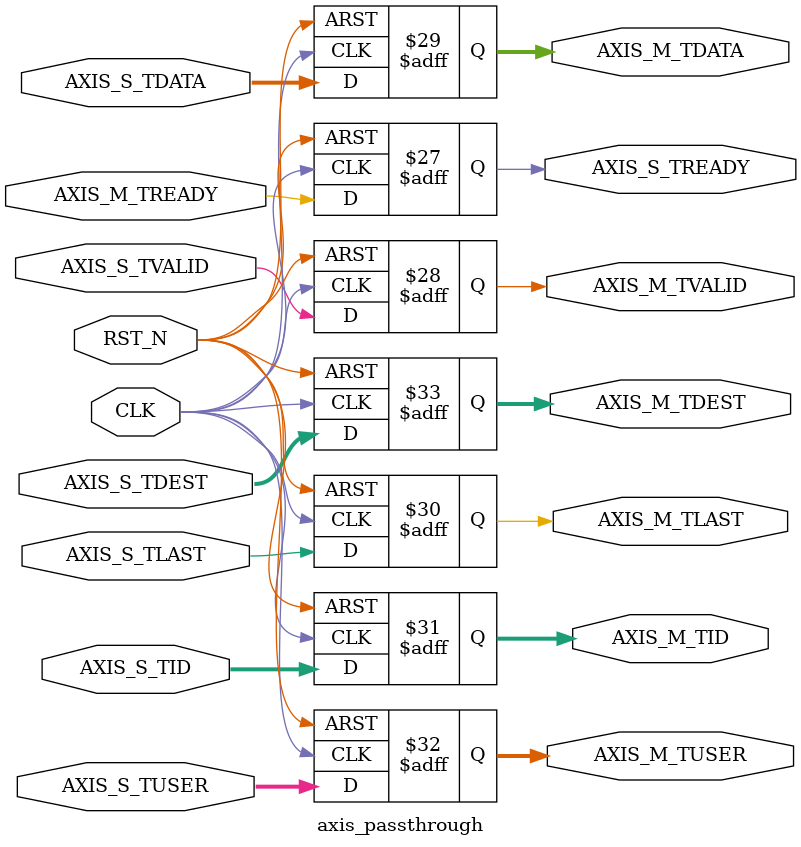
<source format=sv>

module mlp_controller (
    input  logic [3:0] address,
    input  logic       chipselect,
    input  logic       clk,
    input  logic       read,
    input  logic       reset_n,
    input  logic       write,
    input  logic [31:0] writedata,
    output logic [9:0] led_out,
    output logic [31:0] readdata
);

	 parameter DATAW = 128;
    parameter IDW = 4;
	 parameter DESTW = 12;
	 parameter USERW = 75;
//
    // AXI Interfaces
    logic             axis_s_tvalid;
    logic [DATAW-1:0] axis_s_tdata;
    logic [IDW-1:0]   axis_s_tid;
    logic [DESTW-1:0] axis_s_tdest;
    logic [USERW-1:0] axis_s_tuser;
    logic             axis_s_tlast;
    logic             axis_s_tready;
    
    logic             axis_m_tvalid;
    logic [DATAW-1:0] axis_m_tdata;
    logic [IDW-1:0]   axis_m_tid;
    logic [DESTW-1:0] axis_m_tdest;
    logic [USERW-1:0] axis_m_tuser;
    logic             axis_m_tlast;
    logic             axis_m_tready = 1;

    // Control and Data registers
    logic [31:0]  mvm_control_reg;
    logic [127:0] mvm_input_reg;
    logic [31:0]  mvm_instruction_reg;
    logic [127:0] mvm_output_reg;
    logic         mvm_output_ready_reg;
    logic         send_mvm_input;

    // Control reg update
    always_ff @(posedge clk or negedge reset_n) begin
        if(!reset_n)
            mvm_control_reg <= 0;
        else if(mvm_control_reg[0])
            mvm_control_reg[0] <= 0;
        else if(chipselect && write && (address == 4'h0))
            mvm_control_reg <= writedata;
    end

    // Input reg update
    always_ff @(posedge clk or negedge reset_n) begin
        if(!reset_n)
            mvm_input_reg <= 0;
        else if(chipselect && write) begin
            if(address == 4'h1) mvm_input_reg[31:0]   <= writedata;
            else if(address == 4'h2) mvm_input_reg[63:32]  <= writedata;
            else if(address == 4'h3) mvm_input_reg[95:64]  <= writedata;
            else if(address == 4'h4) mvm_input_reg[127:96] <= writedata;
        end
    end

    // Instruction reg update
    always_ff @(posedge clk or negedge reset_n) begin
        if(!reset_n)
            mvm_instruction_reg <= 0;
        else if(chipselect && write && (address == 4'h5))
            mvm_instruction_reg <= writedata;
    end

    // Output reg update
    always_ff @(posedge clk or negedge reset_n) begin
        if(!reset_n)
            mvm_output_reg <= 0;
        else if(axis_m_tvalid)
            mvm_output_reg <= axis_m_tdata;
    end

    // Readdata update
    always_ff @(posedge clk or negedge reset_n) begin
        if(!reset_n)
            readdata <= 0;
        else if(chipselect && read) begin
            case(address)
                4'h0: readdata <= mvm_control_reg;
                4'h1: readdata <= mvm_input_reg[31:0];
                4'h2: readdata <= mvm_input_reg[63:32];
                4'h3: readdata <= mvm_input_reg[95:64];
                4'h4: readdata <= mvm_input_reg[127:96];
                4'h5: readdata <= mvm_instruction_reg;
                4'h6: readdata <= mvm_output_reg[31:0];
                4'h7: readdata <= mvm_output_reg[63:32];
                4'h8: readdata <= mvm_output_reg[95:64];
                4'h9: readdata <= mvm_output_reg[127:96];
                4'hA: readdata <= {31'b0, mvm_output_ready_reg};
                default: readdata <= 0;
            endcase
        end
    end

    // Data ready reg
    always_ff @(posedge clk or negedge reset_n) begin
        if(!reset_n)
            mvm_output_ready_reg <= 0;
        else if(axis_m_tvalid)
            mvm_output_ready_reg <= 1;
        else if(chipselect && read && (address >= 4'h6 && address <= 4'h9))
            mvm_output_ready_reg <= 0;
    end

    // AXI signals for MVM NOC
    always_ff @(posedge clk or negedge reset_n) begin
        if(!reset_n) begin
            axis_s_tvalid <= 0;
            axis_s_tdata  <= 0;
            axis_s_tlast  <= 0;
            axis_s_tuser  <= 0;
            axis_s_tdest  <= 0;
        end else if(mvm_control_reg[0] == 1'b0) begin
            axis_s_tvalid <= 0;
            axis_s_tdata  <= 0;
            axis_s_tlast  <= 0;
        end else if(mvm_control_reg[0] == 1'b1) begin
            axis_s_tvalid <= 1;
            axis_s_tdata  <= (mvm_control_reg[6:5] == 2'b0) ? mvm_instruction_reg : mvm_input_reg;
            axis_s_tuser[8:0]   <= 9'b0;
            axis_s_tuser[74:11] <= 64'b0;
            axis_s_tuser[10:9]  <= mvm_control_reg[6:5];
            axis_s_tdest        <= mvm_control_reg[4:1];
            axis_s_tlast        <= 1;
        end 
    end

    assign led_out = mvm_output_reg[9:0];

/////////////////////////////////////////////////////////
// MVM-NOC
/////////////////////////////////////////////////////////

// LFSR localparams
localparam int LFSR_DW      = 7;
localparam int LFSR_DEFAULT = 8'h01;

// MVM localparams
localparam int DATAW = 128;
localparam int BYTEW = 8;
localparam int IDW = 4;
localparam int DESTW = 12;
localparam int IPRECISION = 8;
localparam int OPRECISION = 32;
localparam int LANES = DATAW / IPRECISION;
localparam int USERW = 75; // Lanes = # RF weigts for each MVM
                                  // + 11 for user operations 10:0
localparam int DPES = LANES;
localparam int NODES = 512;
localparam int NODESW = $clog2(NODES);
localparam int RFDEPTH = 64;
localparam int RFADDRW = 9;
localparam int INSTW = 1 + NODESW + 2 * RFADDRW + 4;
localparam int INSTD = 512;
localparam int INSTADDRW = $clog2(INSTD);
localparam int AXIS_OPS = 4;
localparam int AXIS_OPSW = $clog2(AXIS_OPS);
localparam int FIFOD = 64;
localparam int DATAPATH_DELAY = 12;
localparam int USE_RELU = 1;

// Mesh localparams
// 4x4 Mesh is verified but exceeds intel recommended design size
// this causes the simulation to finish extremely slowly. For testing 
// purposes recommend only using 3x3 noc or below. 
localparam int ROWS         = 2;
localparam int COLUMNS      = 2;
localparam int TDATAW       = DATAW + USERW;
localparam int TIDW         = 4;
localparam int TDESTW       = 12;
localparam int NUM_PACKETS  = 1;


    wire                  CLK;
    wire                  CLK_NOC;
    wire                  RST_N;

    // -------------------------------------------------------
    // AXI-Stream Slave Interface
    // -------------------------------------------------------
    wire                  AXIS_S_TVALID;
    logic                 AXIS_S_TREADY;
    wire    [ DATAW-1:0]  AXIS_S_TDATA;
    wire                  AXIS_S_TLAST;
    wire    [   IDW-1:0]  AXIS_S_TID;
    wire    [ USERW-1:0]  AXIS_S_TUSER;
    wire    [ DESTW-1:0]  AXIS_S_TDEST;

    // -------------------------------------------------------
    // AXI-Stream Master Interface
    // -------------------------------------------------------
    logic                 AXIS_M_TVALID;
    wire                  AXIS_M_TREADY;
    logic   [ DATAW-1:0]  AXIS_M_TDATA;
    logic                 AXIS_M_TLAST;
    logic   [   IDW-1:0]  AXIS_M_TID;
    logic   [ USERW-1:0]  AXIS_M_TUSER;
    logic   [ DESTW-1:0]  AXIS_M_TDEST;

    assign CLK = clk;
    assign CLK_NOC = clk;
    assign RST_N = reset_n;
    // slave interface
    assign AXIS_S_TVALID = axis_s_tvalid;
    assign axis_s_tready = AXIS_S_TREADY;
    assign AXIS_S_TDATA = axis_s_tdata;
    assign AXIS_S_TLAST = axis_s_tlast;
    assign AXIS_S_TID = axis_s_tid;
    assign AXIS_S_TUSER = axis_s_tuser;
    assign AXIS_S_TDEST = axis_s_tdest;
    // master interface
    assign axis_m_tvalid = AXIS_M_TVALID;
    assign AXIS_M_TREADY = axis_m_tready;
    assign axis_m_tdata = AXIS_M_TDATA;
    assign axis_m_tlast = AXIS_M_TLAST;
    assign axis_m_tid = AXIS_M_TID;
    assign axis_m_tuser = AXIS_M_TUSER;
    assign axis_m_tdest = AXIS_M_TDEST;    


    // -------------------------------------------------------
    // NoC Connections
    // -------------------------------------------------------
    //
    // NOTE: These names in/out are named for the directions 
    // in which they enter the noc. Not the MVMs they are 
    // connected to
    //
    // -------------------------------------------------------
    logic              axis_in_tvalid   [ROWS][COLUMNS];
    logic              axis_in_tready   [ROWS][COLUMNS];
    logic [ DATAW-1:0] axis_in_tdata    [ROWS][COLUMNS];
    logic              axis_in_tlast    [ROWS][COLUMNS];
    logic [ USERW-1:0] axis_in_tuser    [ROWS][COLUMNS];
    logic [ DESTW-1:0] axis_in_tdest    [ROWS][COLUMNS];

    logic              axis_out_tvalid  [ROWS][COLUMNS];
    logic              axis_out_tready  [ROWS][COLUMNS];
    logic [ DATAW-1:0] axis_out_tdata   [ROWS][COLUMNS];
    logic              axis_out_tlast   [ROWS][COLUMNS];
    logic [ USERW-1:0] axis_out_tuser   [ROWS][COLUMNS];
    logic [ DESTW-1:0] axis_out_tdest   [ROWS][COLUMNS];

    logic [TDATAW-1:0] mesh_in_tdata    [ROWS][COLUMNS];
    logic [TDATAW-1:0] mesh_out_tdata   [ROWS][COLUMNS];
    logic [ USERW-1:0] mesh_out_tuser   [ROWS][COLUMNS];

    genvar i, j;

    generate
        for (i = 0; i < ROWS; i = i + 1) begin : row_loop
            for (j = 0; j < COLUMNS; j = j + 1) begin : column_loop
                // Assign mesh_in_tdata by concatenating axis_in_tuser and axis_in_tdata
                assign mesh_in_tdata[i][j] = {axis_in_tuser[i][j], axis_in_tdata[i][j]};
                
                // Assign axis_out_tdata from the lower part of mesh_out_tdata
                assign axis_out_tdata[i][j] = mesh_out_tdata[i][j][DATAW-1:0];
                
                // Assign axis_out_tuser from the upper part of mesh_out_tdata
                assign axis_out_tuser[i][j] = mesh_out_tdata[i][j][TDATAW-1:DATAW];
            end
        end
    endgenerate

    // -------------------------------------------------------
    // Module Instantions
    // -------------------------------------------------------

    // Generate axis_passthrough for [0][0] only
        axis_passthrough #(
        .DATAW(DATAW),
        .IDW(IDW),
        .USERW(USERW),
        .DESTW(DESTW)
    ) axis_passthrough_inst (
        .CLK(CLK),
        .RST_N(RST_N),
        .AXIS_S_TVALID(AXIS_S_TVALID),
        .AXIS_S_TREADY(AXIS_S_TREADY),
        .AXIS_S_TDATA(AXIS_S_TDATA),
        .AXIS_S_TLAST(AXIS_S_TLAST),
        .AXIS_S_TUSER(AXIS_S_TUSER),
        .AXIS_S_TDEST(AXIS_S_TDEST),
        .AXIS_M_TVALID(axis_in_tvalid[0][0]),
        .AXIS_M_TREADY(axis_in_tready[0][0]),
        .AXIS_M_TDATA(axis_in_tdata[0][0]),
        .AXIS_M_TLAST(axis_in_tlast[0][0]),
        .AXIS_M_TUSER(axis_in_tuser[0][0]),
        .AXIS_M_TDEST(axis_in_tdest[0][0])
    );

    axis_passthrough #(
        .DATAW(DATAW),
        .IDW(IDW),
        .USERW(USERW),
        .DESTW(DESTW)
    ) axis_passthrough_inst2 (
        .CLK(CLK),
        .RST_N(RST_N),
        .AXIS_S_TVALID(axis_out_tvalid[1][1]),
        .AXIS_S_TREADY(axis_out_tready[1][1]),
        .AXIS_S_TDATA (axis_out_tdata[1][1]),
        .AXIS_S_TLAST (axis_out_tlast[1][1]),
        // .AXIS_S_TUSER (axis_out_tuser  [1][1]),
        .AXIS_S_TDEST (axis_out_tdest[1][1]),
        .AXIS_M_TVALID(AXIS_M_TVALID),
        .AXIS_M_TREADY(AXIS_M_TREADY),
        .AXIS_M_TDATA (AXIS_M_TDATA),
        .AXIS_M_TLAST (AXIS_M_TLAST),
        // .AXIS_M_TUSER (AXIS_M_TUSER),
        .AXIS_M_TDEST (AXIS_M_TDEST)
    );
    
    // Generate rtl_mvm instances, skipping [0][0]
    generate
        for (i = 0; i < ROWS; i = i + 1) begin : NUM_ROWS

            for (j = 0; j < COLUMNS; j = j + 1) begin : NUM_COLUMNS

                // Skipping [1][1] for now to use a passthrough block
                if (!(i == 0 && j == 0) && !(i == 1 && j == 1)) begin  // Skip [0][0]

                    if (i != ROWS-1 || j != COLUMNS-1) begin

                        if(i == 0 && j == 1) begin
                            rtl_mvm #(
                                 .DATAW(DATAW),
                                 .BYTEW(BYTEW),
                                 .IDW(IDW),
                                 .DESTW(DESTW),
                                 .USERW(USERW),
                                 .IPRECISION(8),
                                 .OPRECISION(32),
                                 .LANES(LANES),
                                 .DPES(DPES),
                                 .NODES(NODES),
                                 .NODESW($clog2(NODES)),
                                 .RFDEPTH(RFDEPTH),
                                 .RFADDRW(RFADDRW),
                                 .INSTW(1 + NODESW + 2 * RFADDRW + 4),
                                 .INSTD(512),
                                 .INSTADDRW($clog2(INSTD)),
                                 .AXIS_OPS(4),
                                 .AXIS_OPSW($clog2(AXIS_OPS)),
                                 .FIFOD(64),
                                 .DATAPATH_DELAY(10),
                                 .WEIGHTS_INIT_SEL(0)
                            ) mvm_inst (
                                 .clk(CLK),
                                 .rst(~RST_N),
                                 .axis_rx_tvalid(axis_out_tvalid[i][j]),
                                 .axis_rx_tdata(axis_out_tdata[i][j][DATAW-1:0]),
                                 .axis_rx_tdest(axis_out_tdest[i][j]),
                                 .axis_rx_tuser(axis_out_tuser[i][j]),
                                 .axis_rx_tlast(axis_out_tlast[i][j]),
                                 .axis_rx_tready(axis_out_tready[i][j]),
                                 .axis_tx_tvalid(axis_in_tvalid[i][j]),
                                 .axis_tx_tdata(axis_in_tdata[i][j][DATAW-1:0]),
                                 .axis_tx_tdest(axis_in_tdest[i][j]),
                                 .axis_tx_tuser(axis_in_tuser[i][j]),
                                 .axis_tx_tlast(axis_in_tlast[i][j]),
                                 .axis_tx_tready(axis_in_tready[i][j])
                            );
                        end else begin
                            rtl_mvm #(
                                 .DATAW(DATAW),
                                 .BYTEW(BYTEW),
                                 .IDW(IDW),
                                 .DESTW(DESTW),
                                 .USERW(USERW),
                                 .IPRECISION(8),
                                 .OPRECISION(32),
                                 .LANES(LANES),
                                 .DPES(DPES),
                                 .NODES(NODES),
                                 .NODESW($clog2(NODES)),
                                 .RFDEPTH(RFDEPTH),
                                 .RFADDRW(RFADDRW),
                                 .INSTW(1 + NODESW + 2 * RFADDRW + 4),
                                 .INSTD(512),
                                 .INSTADDRW($clog2(INSTD)),
                                 .AXIS_OPS(4),
                                 .AXIS_OPSW($clog2(AXIS_OPS)),
                                 .FIFOD(64),
                                 .DATAPATH_DELAY(10),
                                 .WEIGHTS_INIT_SEL(1)
                            ) mvm_inst (
                                 .clk(CLK),
                                 .rst(~RST_N),
                                 .axis_rx_tvalid(axis_out_tvalid[i][j]),
                                 .axis_rx_tdata(axis_out_tdata[i][j][DATAW-1:0]),
                                 .axis_rx_tdest(axis_out_tdest[i][j]),
                                 .axis_rx_tuser(axis_out_tuser[i][j]),
                                 .axis_rx_tlast(axis_out_tlast[i][j]),
                                 .axis_rx_tready(axis_out_tready[i][j]),
                                 .axis_tx_tvalid(axis_in_tvalid[i][j]),
                                 .axis_tx_tdata(axis_in_tdata[i][j][DATAW-1:0]),
                                 .axis_tx_tdest(axis_in_tdest[i][j]),
                                 .axis_tx_tuser(axis_in_tuser[i][j]),
                                 .axis_tx_tlast(axis_in_tlast[i][j]),
                                 .axis_tx_tready(axis_in_tready[i][j])
                            );
                        end 
                        
                    end else begin

                        rtl_mvm #(
                            .DATAW(DATAW),
                            .BYTEW(BYTEW),
                            .IDW(IDW),
                            .DESTW(DESTW),
                            .USERW(USERW),
                            .IPRECISION(8),
                            .OPRECISION(32),
                            .LANES(DATAW / IPRECISION),
                            .DPES(LANES),
                            .NODES(512),
                            .NODESW($clog2(NODES)),
                            .RFDEPTH(512),
                            .RFADDRW($clog2(RFDEPTH)),
                            .INSTW(1 + NODESW + 2 * RFADDRW + 4),
                            .INSTD(512),
                            .INSTADDRW($clog2(INSTD)),
                            .AXIS_OPS(4),
                            .AXIS_OPSW($clog2(AXIS_OPS)),
                            .FIFOD(64),
                            .DATAPATH_DELAY(2)
                        ) mvm_inst (
                            .clk(CLK),
                            .rst(~RST_N),
                            .axis_rx_tvalid(axis_out_tvalid[i][j]),
                            .axis_rx_tdata(axis_out_tdata[i][j][DATAW-1:0]),
                            .axis_rx_tdest(axis_out_tdest[i][j]),
                            .axis_rx_tuser(axis_out_tuser[i][j]),
                            .axis_rx_tlast(axis_out_tlast[i][j]),
                            .axis_rx_tready(axis_out_tready[i][j]),
                            .axis_tx_tvalid(AXIS_M_TVALID),
                            .axis_tx_tdata(AXIS_M_TDATA[DATAW-1:0]),
                            .axis_tx_tdest(AXIS_M_TDEST),
                            .axis_tx_tuser(AXIS_M_TUSER),
                            .axis_tx_tlast(AXIS_M_TLAST),
                            .axis_tx_tready(AXIS_M_TREADY)
                        );
                    end
                end
            end
        end
    endgenerate

	// localparam string ROUTING_TABLE_PREFIX = "/mnt/vault1/rsunketa/noc/routing_tables/mesh_2x2/";
	// parameter string routing_table = $sformatf("%s%0d_%0d.hex", ROUTING_TABLE_PREFIX, i, j);

    // -------------------------------------------------------
    // mesh of router_Wrap modules
    // -------------------------------------------------------
    generate
        for (i = 0; i < ROWS; i = i + 1) begin : mesh_row_gen
            for (j = 0; j < COLUMNS; j = j + 1) begin : mesh_col_gen
				
                // Generate routing table file name
                (* keep *)
                router_wrap #(
                    // .RESET_SYNC_EXTEND_CYCLES   (2),
                    // .RESET_NUM_OUTPUT_REGISTERS (1),
					// .ROUTING_TABLE_HEX(routing_table),
					.ROUTING_TABLE_HEX($sformatf("%s%0d_%0d.hex", "/mnt/vault1/rsunketa/noc/routing_tables/mesh_2x2/", i, j)),
                    .NUM_PORTS                  (5), // parameter compatibility; rtr-to-rtr ports unused
                    .TID_WIDTH                  (TIDW),
                    .TDEST_WIDTH                (TDESTW),
                    .TDATA_WIDTH                (TDATAW)
                ) router_inst (
                    .clk_noc         (CLK_NOC),
                    .clk_usr         (CLK),
                    .rst_n           (RST_N),

                    .axis_in_tvalid  (axis_in_tvalid[i][j]),
                    .axis_in_tready  (axis_in_tready[i][j]),
                    .axis_in_tdata   (axis_in_tdata[i][j]),
                    .axis_in_tlast   (axis_in_tlast[i][j]),
                    // .axis_in_tid     (axis_in_tid[i][j]),
                    .axis_in_tdest   (axis_in_tdest[i][j]),

                    .axis_out_tvalid (axis_out_tvalid[i][j]),
                    .axis_out_tready (axis_out_tready[i][j]),
                    .axis_out_tdata  (axis_out_tdata[i][j]),
                    .axis_out_tlast  (axis_out_tlast[i][j]),
                    // .axis_out_tid    (axis_out_tid[i][j]),
                    .axis_out_tdest  (axis_out_tdest[i][j])
                );
            end
        end
    endgenerate


endmodule

/////////////////////////////////////////////////////////////////////////////////////////////////////////////

// -------------------------------------------------------
// RTL MVM
// -------------------------------------------------------


/**
RTL MVM Module
Scalable Matrix Vector Multiplication implementation
**/
module rtl_mvm # (
	parameter DATAW = 128,         // Bitwidth of axi-s tdata
	parameter BYTEW = 8,   		   // Bitwidth of axi-s tkeep, tstrb
	parameter IDW = 32,            // Bitwidth of axi-s tid
	parameter DESTW = 12,		   // Bitwidth of axi-s tdest
	parameter USERW = 75,          // Bitwidth of axi-s tuser
	parameter IPRECISION = 8,      // Input precision in bits
	parameter OPRECISION = 32,     // Output precision in bits
	parameter LANES = DATAW / IPRECISION,  // Number of dot-product INT8 lanes
	parameter DPES  = LANES,       // Number of dot-product engines
	parameter NODES = 128,			 // Max number of nodes in each NoC
	parameter NODESW = $clog2(NODES), //Bitwidth of store node ID
	parameter RFDEPTH = 128,       // Depth of register files (RFs)
	parameter RFADDRW = $clog2(RFDEPTH),  // Bitwidth of RF address
	parameter INSTW = 32,   // Instruction bitwidth {release_op, release_dest, rf_raddr, accum_raddr, last, release, accum_en, reduce, jump, en}
	parameter INSTD = 128,         // Depth of instruction FIFO
	parameter INSTADDRW = $clog2(INSTD),  // Bitwidth of instruction memory address
	parameter AXIS_OPS = 4, // Number of AXI-S operations (max 4) {instruction, reduction vector, input vector, matrix}
	parameter AXIS_OPSW = $clog2(AXIS_OPS),
	parameter FIFOD = 64,          // Depth of input, accumulation, and output FIFOs
	parameter USE_RELU = 1, 
	parameter DATAPATH_DELAY = 10,  // Delay of datpath (inputs -> result)
	parameter WEIGHTS_INIT_SEL = -1
)(
	input  clk,
	input  rst,
	// Rx interface
	input  axis_rx_tvalid,
	input  [DATAW-1:0] axis_rx_tdata,
	input  [BYTEW-1:0] axis_rx_tstrb,
	input  [BYTEW-1:0] axis_rx_tkeep,
	input  [IDW-1:0] axis_rx_tid,
	input  [DESTW-1:0] axis_rx_tdest,
	input  [USERW-1:0] axis_rx_tuser,
	input  axis_rx_tlast,
	output axis_rx_tready,	
	// Tx interface
	output axis_tx_tvalid,
	output [DATAW-1:0] axis_tx_tdata,
	output [BYTEW-1:0] axis_tx_tstrb,
	output [BYTEW-1:0] axis_tx_tkeep,
	output [IDW-1:0] axis_tx_tid,
	output [DESTW-1:0] axis_tx_tdest,
	output [USERW-1:0] axis_tx_tuser,
	output axis_tx_tlast,
	input  axis_tx_tready
);

// Hook up unused Rx signals to dummy registers to avoid being synthesized away
(*noprune*) reg [BYTEW-1:0] dummy_axis_rx_tstrb;
(*noprune*) reg [BYTEW-1:0] dummy_axis_rx_tkeep;
(*noprune*) reg [DESTW-1:0] dummy_axis_rx_tdest;
(*noprune*) reg [IDW-1:0] dummy_axis_rx_tid;
always @ (posedge clk) begin
	dummy_axis_rx_tstrb <= axis_rx_tstrb;
	dummy_axis_rx_tkeep <= axis_rx_tkeep;
	dummy_axis_rx_tdest <= axis_rx_tdest;
	dummy_axis_rx_tid <= axis_rx_tid;
end

reg  [AXIS_OPSW-1:0] r_tuser_op;

reg  inst_fifo_push, inst_init_fifo_push;
reg  [INSTW-1:0] inst_fifo_idata, inst_init_idata;
wire [INSTW-1:0] inst_fifo_odata;
wire inst_fifo_full, inst_fifo_empty;
wire inst_fifo_pop;

wire input_fifo_empty, input_fifo_full;
reg  [DATAW-1:0] input_fifo_idata;
wire [DATAW-1:0] input_fifo_odata;
reg  input_fifo_push;
wire input_fifo_pop;

wire reduction_fifo_empty, reduction_fifo_full;
reg  [DATAW-1:0] reduction_fifo_idata;
wire [DATAW-1:0] reduction_fifo_odata;
reg  reduction_fifo_push;
wire reduction_fifo_pop;

wire output_fifo_empty, output_fifo_full, output_fifo_almost_full;
wire [NODESW-1:0] output_fifo_odest;
wire output_fifo_oop;
wire [DATAW-1:0] output_fifo_odata;
reg  output_fifo_pop;

reg  [RFADDRW-1:0] rf_waddr;
reg  rf_wen [0:DPES-1];
reg  [DATAW-1:0] rf_wdata;
wire [DATAW-1:0] rf_rdata [0:DPES-1]; 

wire [RFADDRW-1:0] accum_mem_waddr;
wire [DATAW-1:0] accum_mem_rdata;

wire [OPRECISION*DPES-1:0] datapath_results;
wire [DATAW-1:0] truncated_datapath_results;
wire [DPES-1:0] datapath_ovalid;
wire [NODESW-1:0] datapath_dest;
wire datapath_op;

wire [NODESW-1:0] inst_release_dest;
wire [RFADDRW-1:0] inst_rf_raddr, inst_accum_raddr;
wire inst_reduce, inst_accum_en, inst_release_op, inst_release, inst_jump, inst_en, inst_last;
wire [RFADDRW-1:0] tuser_rf_addr;
wire [AXIS_OPSW-1:0] tuser_op;
wire [DPES-1:0] tuser_rf_en;

reg rxtready, txtvalid;
reg [AXIS_OPSW:0] tx_tuser_op;
reg [INSTW-1:0] r_inst, rr_inst;
reg r_inst_valid, r_inst_accum_en, r_inst_release, r_inst_reduce, r_inst_release_op;
reg rr_inst_valid, rr_inst_accum_en, rr_inst_release, rr_inst_reduce, rr_inst_release_op;
reg [DATAW-1:0] r_input_operands, rr_input_operands;
reg [DATAW-1:0] r_reduction_operands, rr_reduction_operands;
reg [RFADDRW-1:0] r_inst_accum_raddr, rr_inst_accum_raddr;
reg [NODESW-1:0] r_inst_release_dest, rr_inst_release_dest;

wire last_dword_s;

// FIFO to store instructions
fifo # (
	.DATAW(INSTW),
	.DEPTH(INSTD)
) instruction_fifo (
	.clk(clk),
	.rst(rst),
	.push(inst_fifo_push),
	.pop(inst_fifo_pop),
	.idata(inst_fifo_idata),
	.odata(inst_fifo_odata),
	.empty(inst_fifo_empty),
	.full(inst_fifo_full),
	.almost_full(inst_fifo_almost_full)
);

// Split the instructions into fields for ease-of-use later
assign inst_release_op 		= inst_fifo_odata[31]; 		//`inst_release_op(inst_rdata);
assign inst_release_dest 	= inst_fifo_odata[30:22]; 	//`inst_release_dest(inst_rdata);
assign inst_rf_raddr 		= inst_fifo_odata[21:13]; 	//`inst_raddr(inst_rdata);
assign inst_accum_raddr 	= inst_fifo_odata[12:4]; 	//`inst_accum(inst_rdata);
assign inst_last 				= inst_fifo_odata[3]; 		//`inst_last(inst_rdata);
assign inst_reduce 			= inst_fifo_odata[0]; 		//`inst_reduce(inst_rdata);
assign inst_accum_en 		= inst_fifo_odata[1]; 		//`inst_accum_en(inst_rdata);
assign inst_release 			= inst_fifo_odata[2]; 		//`inst_release(inst_rdata);

// Split the tuser field for ease-of-use later
assign tuser_rf_addr 		= axis_rx_tuser[8:0];
assign tuser_op 				= axis_rx_tuser[10:9];
assign tuser_rf_en 			= axis_rx_tuser[74:11];

// FIFO for input vectors sent to the MVM
fifo # (
	.DATAW(DATAW),
	.DEPTH(FIFOD)
) input_fifo (
	.clk(clk),
	.rst(rst),
	.push(input_fifo_push),
	.idata(input_fifo_idata),
	.pop(input_fifo_pop),
	.odata(input_fifo_odata),
	.empty(input_fifo_empty),
	.full(input_fifo_full),
	.almost_full(input_fifo_almost_full)
);

// FIFO for accumulation vectors sent to the MVM
fifo # (
	.DATAW(DATAW),
	.DEPTH(FIFOD)
) reduction_fifo (
	.clk(clk),
	.rst(rst),
	.push(reduction_fifo_push),
	.idata(reduction_fifo_idata),
	.pop(reduction_fifo_pop),
	.odata(reduction_fifo_odata),
	.empty(reduction_fifo_empty),
	.full(reduction_fifo_full),
	.almost_full(reduction_fifo_almost_full)
);

// Pipeline to pass release_dest and release_op alongside datapath
pipeline # (
	.DELAY(DATAPATH_DELAY),
	.WIDTH(NODESW+1)
) release_pipeline (
	.clk(clk),
	.rst(rst),
	.data_in({rr_inst_release_op, rr_inst_release_dest}),
	.data_out({datapath_op, datapath_dest})
);

genvar dpe_id;
generate 
for (dpe_id = 0; dpe_id < DPES; dpe_id = dpe_id + 1) begin: generate_datapath
	memory_block # (
		.DATAW(DATAW),
		.DEPTH(RFDEPTH),
		.ADDRW(RFADDRW),
		.WEIGHTS_INIT_SEL (WEIGHTS_INIT_SEL) //"/home/advent2/quartus_projects/mlp_controller_v2/rf_weights.mif"
	) rf (
		.clk(clk),
		.rst(rst),
		.waddr(rf_waddr),
		.wen(rf_wen[dpe_id]),
		.wdata(rf_wdata),
		.raddr(inst_rf_raddr),
		.rdata(rf_rdata[dpe_id])
	);
	
	datapath # (
		.LANES(LANES),
		.DATAW(DATAW),
		.IPREC(IPRECISION),
		.OPREC(OPRECISION),
		.MEM_DEPTH(RFDEPTH),
		.ADDRW(RFADDRW)
	) datapath_inst (
		.clk(clk),
		.rst(rst),
		.i_valid(rr_inst_valid),
		.i_dataa(rr_input_operands),
		.i_datab(rf_rdata[dpe_id]),
		.i_datac(rr_reduction_operands[(dpe_id+1)*IPRECISION-1:dpe_id*IPRECISION]),
		.i_accum_addr(rr_inst_accum_raddr),
		.i_accum(rr_inst_accum_en),
		.i_last(rr_inst_release),
		.i_reduce(rr_inst_reduce),
		.o_valid(datapath_ovalid[dpe_id]),
		.o_result(datapath_results[(dpe_id+1)*OPRECISION-1:dpe_id*OPRECISION])
	);

	// Apply ReLU function with proper sign handling
	// wire signed [OPRECISION-1:0] mvm_result = datapath_results[(dpe_id+1)*OPRECISION-1:dpe_id*OPRECISION];
	// // Extract the relevant bits for comparison and truncation
	// wire signed [IPRECISION-1:0] mvm_input_result = mvm_result[IPRECISION-1:0];

	// // Apply ReLU function (zero out negative values) if USE_RELU is set
	// wire [IPRECISION-1:0] relu_result = (USE_RELU && (mvm_input_result < 0)) ? {IPRECISION{1'b0}} : mvm_input_result;

	// // Truncate and assign result
	// assign truncated_datapath_results[(dpe_id+1)*IPRECISION-1:dpe_id*IPRECISION] = relu_result;

	assign truncated_datapath_results[(dpe_id+1)*IPRECISION-1:dpe_id*IPRECISION] = datapath_results[dpe_id*OPRECISION+IPRECISION-1:dpe_id*OPRECISION];

end
endgenerate

// Specify if ready to accept input
always @ (*) begin
	if (axis_rx_tvalid && tuser_op == 0) begin
		rxtready <= !inst_fifo_full;
	end else if (axis_rx_tvalid && tuser_op == 1) begin
		rxtready <= !reduction_fifo_full;
	end else if (axis_rx_tvalid && tuser_op == 2) begin
		rxtready <= !input_fifo_full;
	end else if (axis_rx_tvalid && tuser_op == 3) begin
		rxtready <= 1'b1;
	end else begin
		rxtready <= 1'b0;
	end
end

// Read from input interface and steer to destination mem/FIFO
integer i;
always @ (posedge clk) begin
	if (axis_rx_tvalid && axis_rx_tready) begin
		if (tuser_op == 0) begin
			inst_init_idata <= axis_rx_tdata[INSTW-1:0];
			inst_init_fifo_push <= 1'b1;
			reduction_fifo_push <= 1'b0;
			input_fifo_push <= 1'b0;
			for (i = 0; i < DPES; i = i + 1) rf_wen[i] <= 1'b0;
		end else if (tuser_op == 1) begin
			reduction_fifo_idata <= axis_rx_tdata[DATAW-1:0];
			inst_init_fifo_push <= 1'b0;
			reduction_fifo_push <= 1'b1;
			input_fifo_push <= 1'b0;
			for (i = 0; i < DPES; i = i + 1) rf_wen[i] <= 1'b0;
		end else if (tuser_op == 2) begin
			input_fifo_idata <= axis_rx_tdata[DATAW-1:0];
			input_fifo_push <= 1'b1;
			inst_init_fifo_push <= 1'b0;
			reduction_fifo_push <= 1'b0;
			for (i = 0; i < DPES; i = i + 1) rf_wen[i] <= 1'b0;
		end else if (tuser_op == 3) begin
			for (i = 0; i < DPES; i = i + 1) rf_wen[i] <= tuser_rf_en[i];
			rf_wdata <= axis_rx_tdata[DATAW-1:0];
			rf_waddr <= tuser_rf_addr;
			inst_init_fifo_push <= 1'b0;
			reduction_fifo_push <= 1'b0;
			input_fifo_push <= 1'b0;
		end
		
		r_tuser_op <= tuser_op;
	end else begin
		inst_init_fifo_push <= 1'b0;
		reduction_fifo_push <= 1'b0;
		input_fifo_push <= 1'b0;
		for (i = 0; i < DPES; i = i + 1) rf_wen[i] <= 1'b0;
	end
end

// Multiplexer logic to switch between initial instruction writes, and looping the instructions
always @ (*) begin
	if (r_tuser_op == 0) begin
		inst_fifo_push = inst_init_fifo_push;
		inst_fifo_idata = inst_init_idata;
	end else begin
		inst_fifo_push = inst_fifo_pop;
		inst_fifo_idata = inst_fifo_odata;
	end
end

// Combinatory logic for tx_tuser_op
always @ (*) begin
	if (output_fifo_oop) begin
		tx_tuser_op = 2'h2;
	end else begin
		tx_tuser_op = 2'h1;
	end
end

// Process next instruction if there is an instruction and input vector available, and the output FIFO is able to take outputs
//assign inst_fifo_pop = ~inst_fifo_empty && !input_fifo_empty && !output_fifo_almost_full;
assign inst_fifo_pop = ~inst_fifo_empty && !input_fifo_empty && !output_fifo_almost_full && (!inst_reduce || !reduction_fifo_empty);
// Pop reduction vector if a request to reduce is made, the reduction vector is available, and the next instruction is able to be processed
assign reduction_fifo_pop = inst_reduce && !reduction_fifo_empty && inst_fifo_pop;
// Pop input vector if this is the last chunk for the input vector, and the next instruction is able to be processed
assign input_fifo_pop = inst_last && inst_fifo_pop;

// Issue instruction and advance instruction raddr, pop inputs
always @ (posedge clk) begin
	if (rst) begin
		r_inst_valid <= 1'b0;
		r_inst_reduce <= 1'b0;
		r_inst_accum_en <= 1'b0;
		r_inst_release <= 1'b0;
		r_inst <= 0;
		r_input_operands <= {(DATAW){1'b0}};
		r_reduction_operands <= {(DATAW){1'b0}};
		r_inst_accum_raddr <= {(RFADDRW){1'b0}};
		rr_inst_valid <= 1'b0;
		rr_inst_reduce <= 1'b0;
		rr_inst_accum_en <= 1'b0;
		rr_inst_release <= 1'b0;
		rr_inst <= 0;
		rr_input_operands <= {(DATAW){1'b0}};
		rr_reduction_operands <= {(DATAW){1'b0}};
		rr_inst_accum_raddr <= {(RFADDRW){1'b0}};
	end else begin
		if (!inst_fifo_empty) begin
			if (inst_reduce) begin
				// TODO: Is this a good implementation? Wait until reduction vector arrives to do anything
				// If there are input and reduction vectors available and output is able to take on new outputs
				if (!input_fifo_empty && !reduction_fifo_empty && !output_fifo_almost_full) begin
					r_inst_valid <= 1'b1;
				end else begin
					r_inst_valid <= 1'b0;
				end
			end else begin
				// If there are inputs available and output is able to take on new outputs
				if (!input_fifo_empty && !output_fifo_almost_full) begin
					r_inst_valid <= 1'b1;
				end else begin
					r_inst_valid <= 1'b0;
				end
			end
		end else begin
			r_inst_valid <= 1'b0;
		end
	end
	r_inst_release_op <= inst_release_op;
	r_inst_release_dest <= inst_release_dest;
	r_inst_reduce <= inst_reduce;
	r_inst_accum_en <= inst_accum_en;
	r_inst_release <= inst_release;
	r_inst <= inst_fifo_odata;
	r_input_operands <= input_fifo_odata;
	r_reduction_operands <= reduction_fifo_odata;
	r_inst_accum_raddr <= inst_accum_raddr;
	
	rr_inst_release_op <= r_inst_release_op;
	rr_inst_release_dest <= r_inst_release_dest;
	rr_inst_reduce <= r_inst_reduce;
	rr_inst_accum_en <= r_inst_accum_en;
	rr_inst_release <= r_inst_release;
	rr_inst <= r_inst;
	rr_input_operands <= r_input_operands;
	rr_reduction_operands <= r_reduction_operands;
	rr_inst_accum_raddr <= r_inst_accum_raddr;
	rr_inst_valid <= r_inst_valid;
end

// MVM output FIFO
fifo # (
	.DATAW(1 + NODESW + DATAW + 1),
	.DEPTH(FIFOD),
	.ALMOST_FULL_DEPTH(FIFOD-13)
) output_data_fifo (
	.clk(clk),
	.rst(rst),
	.push(datapath_ovalid[0]),
	.idata({datapath_op, datapath_dest, truncated_datapath_results, axis_rx_tlast}),
	.pop(axis_tx_tready && !output_fifo_empty),
	.odata({output_fifo_oop, output_fifo_odest, output_fifo_odata, last_dword_s}),
	.empty(output_fifo_empty),
	.full(output_fifo_full),
	.almost_full(output_fifo_almost_full)
);

assign axis_rx_tready = rxtready;
assign axis_tx_tvalid = !output_fifo_empty;
assign axis_tx_tdata = output_fifo_odata;
assign axis_tx_tdest = output_fifo_odest;
assign axis_tx_tid = 0;
assign axis_tx_tuser = {64'h0, tx_tuser_op, 9'h0}; // Send tuser field as either input or reduction vector

// Hook up rest of Tx signals to dummy values to avoid optimizing them out
assign axis_tx_tstrb = output_fifo_odata[BYTEW-1:0];
assign axis_tx_tkeep = output_fifo_odata[2*BYTEW-1:BYTEW];
assign axis_tx_tlast = last_dword_s;

endmodule

// -------------------------------------------------------
// FIFO
// -------------------------------------------------------
/**
FIFO Module
A peek FIFO implementation

Parameters:
DATAW: Width of data word
DEPTH: Depth of the FIFO
ADDRW: Width of FIFO address for pointer use
ALMOST_FULL_DEPTH: Depth of the FIFO at which the almost_full signal is asserted

Inputs:
push: Signal to push data to the FIFO
idata: Input Data
pop: Siginal to pop data from the FIFO

Outputs:
odata: Output Data
empty: Signal asserted when FIFO is empty
full: Signal asserted when FIFO is full
almost_full: Signal asserted when FIFO is almost full defined by ALMOST_FULL_DEPTH
**/
module fifo # (
	parameter DATAW = 64,
	parameter DEPTH = 128,
	parameter ADDRW = $clog2(DEPTH),
	parameter ALMOST_FULL_DEPTH = DEPTH
)(
	input  clk,
	input  rst,
	input  push,
	input  [DATAW-1:0] idata,
	input  pop,
	output [DATAW-1:0] odata,
	output empty,
	output full,
	output almost_full
);

reg [DATAW-1:0] mem [0:DEPTH-1];
reg [ADDRW-1:0] head_ptr, tail_ptr;
reg [ADDRW:0] remaining;

always @ (posedge clk) begin
	if (rst) begin
		head_ptr <= 0;
		tail_ptr <= 0;
		remaining <= DEPTH;
	end else begin
		if (!full && push) begin
			mem[tail_ptr] <= idata;
			tail_ptr <= tail_ptr + 1'b1;
		end
		
		if (!empty && pop)  begin
			head_ptr <= head_ptr + 1'b1;
		end
		
		if (!empty && pop && !full && push) begin
			remaining <= remaining;
		end else if (!empty && pop) begin
			remaining <= remaining + 1'b1;
		end else if (!full && push) begin
			remaining <= remaining - 1'b1;
		end else begin
			remaining <= remaining;
		end
	end
end

assign empty = (tail_ptr == head_ptr);
assign full = (tail_ptr + 1'b1 == head_ptr);
assign odata = mem[head_ptr];
assign almost_full = (remaining < (DEPTH - ALMOST_FULL_DEPTH));

endmodule

// -------------------------------------------------------
// Pipeline
// -------------------------------------------------------

/**
Pipeline Module
Convenient module to specify register delays

Parameters:
DELAY: Number of Registers to delay data_in by
WIDTH: Width of data

Inputs:
data_in: The data to be delayed

Outputs:
data_out: The data after the pipelined delay
**/

module pipeline # (
	parameter DELAY = 1,
	parameter WIDTH = 32
)(
	input  clk,
	input  rst,
	input  [WIDTH-1:0] data_in,
	output [WIDTH-1:0] data_out
);

reg [WIDTH-1:0] r_pipeline [0:DELAY-1]; 

integer i;
always @ (posedge clk) begin
	if (rst) begin
		for (i = 0; i < DELAY; i = i + 1) begin
			r_pipeline[i] <= 0;
		end
	end else begin
		r_pipeline[0] <= data_in;
		for (i = 1; i < DELAY; i = i + 1) begin
			r_pipeline[i] <= r_pipeline[i-1];
		end
	end
end

assign data_out = r_pipeline[DELAY-1];

endmodule

// -------------------------------------------------------
// Memory Block
// -------------------------------------------------------

module memory_block # (
    parameter DATAW = 128,
    parameter DEPTH = 64,
    parameter ADDRW = $clog2(DEPTH),
    // Use -1 to indicate no hardcoded init; 0 or 1 for the two hardcoded alternatives
    parameter int WEIGHTS_INIT_SEL = -1  
)(
    input  logic                 clk,
    input  logic                 rst,
    input  logic [ADDRW-1:0]     waddr,
    input  logic                 wen,
    input  logic [DATAW-1:0]     wdata,
    input  logic [ADDRW-1:0]     raddr,
    output logic [DATAW-1:0]     rdata
);

    // Internal memory array
    logic [DATAW-1:0] mem [0:DEPTH-1];

    // hardcodes initializations 
    localparam logic [DATAW-1:0] MEM_INIT_0_VALUE = 128'h01010101010101010101010101010101; // mem 0_1
    localparam logic [DATAW-1:0] MEM_INIT_1_VALUE = 128'h00010001000100010001000100010001; // mem 1_0

    generate
        if (WEIGHTS_INIT_SEL == 0) begin : init_mem0
            initial begin
                for (int i = 0; i < DEPTH; i++) begin
                    mem[i] = MEM_INIT_0_VALUE;
                end
            end
        end else if (WEIGHTS_INIT_SEL == 1) begin : init_mem1
            initial begin
                for (int i = 0; i < DEPTH; i++) begin
                    mem[i] = MEM_INIT_1_VALUE;
                end
            end
        end
        // no iniyt for  WEIGHTS_INIT_SEL = -1
    endgenerate

    // synchronous read and write
    always_ff @(posedge clk) begin
        if (rst) begin
            rdata <= '0;
        end else begin
            rdata <= mem[raddr];
            if (wen) begin
                mem[waddr] <= wdata;
            end
        end
    end

endmodule

// -------------------------------------------------------
// Datapath
// -------------------------------------------------------
/**
Datapath Module
Facilitates the workflow of data for a singular DPE of the MVM module

Parameters:
LANES: The number of elements each DPE can handle at once (Max number of elements in a subset of the input vector)
DATAW: Bit width of data
IPREC: Precision of elements in reduction vector
OPREC: Precision of elements in output vector
MEM_DEPTH: Depth of the accumulation memory
ADDRW: Width of the memory address used for accumulation

Inputs:
i_valid: Valid signal for all data
i_dataa: Vector data
i_datab: Weight data
i_datac: Reduce data
i_accum_addr: Accumulation memory address
i_accum: Enable signal for accumulation
i_last: The last subset in the input vector. (Release)
i_reduce: Enable signal for reduction

Outputs:
o_valid: Valid signal for output result
o_result: Result
**/
module datapath # (
	parameter LANES = 64,
	parameter DATAW = 512,
	parameter IPREC = 8,
	parameter OPREC = 32,
	parameter MEM_DEPTH = 512,
	parameter ADDRW = $clog2(MEM_DEPTH)
)(
	input              	clk,
	input              	rst,
	input              	i_valid,
	input  [DATAW-1:0]	i_dataa,
	input  [DATAW-1:0]	i_datab,
	input  [IPREC-1:0] 	i_datac,
	input  [ADDRW-1:0] 	i_accum_addr,
	input              	i_accum,
	input              	i_last,
	input              	i_reduce,
	output             	o_valid,
	output [OPREC-1:0] 	o_result
);

localparam DPE_LATENCY = 6;
localparam ACCUM_LATENCY = 3;

wire dpe_valid, dpe_accum, dpe_last, accum_valid, accum_reduce;
wire [OPREC-1:0] dpe_result, accum_result;
wire [IPREC-1:0] accum_datac;
wire [ADDRW-1:0] dpe_accum_addr;

pipeline # (
	.DELAY(DPE_LATENCY),
	.WIDTH(ADDRW+2)
) dpe_pipeline (
	.clk(clk),
	.rst(rst),
	.data_in({i_accum_addr, i_accum, i_last}),
	.data_out({dpe_accum_addr, dpe_accum, dpe_last})
);

pipeline # (
	.DELAY(DPE_LATENCY+ACCUM_LATENCY),
	.WIDTH(IPREC+1)
) accum_pipeline (
	.clk(clk),
	.rst(rst),
	.data_in({i_datac, i_reduce}),
	.data_out({accum_datac, accum_reduce})
);

dpe # (
	.LANES(LANES),
	.DATAW(DATAW),
	.IPREC(IPREC),
	.OPREC(OPREC)
) dpe_inst (
	.clk(clk),
	.rst(rst),
	.i_valid(i_valid),
	.i_dataa(i_dataa),
	.i_datab(i_datab),
	.o_valid(dpe_valid),
	.o_result(dpe_result)
);

accum # (
	.DATAW(OPREC),
	.DEPTH(MEM_DEPTH),
	.ADDRW(ADDRW)
) accum_inst (
	.clk(clk),
	.rst(rst),
	.i_valid(dpe_valid),
	.i_data(dpe_result),
	.i_addr(dpe_accum_addr),
	.i_accum(dpe_accum),
	.i_last(dpe_last),
	.o_valid(accum_valid),
	.o_result(accum_result)
);

reduce # (
	.IPREC(IPREC),
	.OPREC(OPREC)
) reduce_inst (
	.clk(clk),
	.rst(rst),
	.i_valid(accum_valid),
	.i_dataa(accum_result),
	.i_datab(accum_datac),
	.i_reduce(accum_reduce),
	.o_valid(o_valid),
	.o_result(o_result)
);

endmodule

// -------------------------------------------------------
// DPE
// -------------------------------------------------------
/**
Dot Product Engine Module
Performs a dot product calculation for two vectors

Parameters:
LANES: The number of elements the DPE can handle at once (Max number of elements in a subset of the input vector)
DATAW: Bit width of data
IPREC: Precision of elements in inputs to DPE
MPREC: Precision after multiplication
OPREC: Precision of elements in outputs from DPE
ADDER_STAGES: Number of stages required for hierarchical adding

Inputs:
i_valid: Valid signal for all data
i_dataa: Vector data
i_datab: Vector data

Outputs:
o_valid: Valid signal for output result
o_result: Result
**/
module dpe # (
	parameter LANES = 16,
	parameter DATAW = 512,
	parameter IPREC = 8,
	parameter MPREC = 2 * IPREC,
	parameter OPREC = 32
)(
	input              clk,
	input              rst,
	input              i_valid,
	input  [DATAW-1:0] i_dataa,
	input  [DATAW-1:0] i_datab,
	output             o_valid,
	output [OPREC-1:0] o_result
);

localparam ADDER_STAGES = $clog2(LANES);

// Input registers
wire signed [IPREC-1:0] dataa [0:LANES-1];
wire signed [IPREC-1:0] datab [0:LANES-1];
reg signed [IPREC-1:0] r_dataa [0:LANES-1];
reg signed [IPREC-1:0] r_datab [0:LANES-1];
reg r_ivalid;

// Multiplication registers
reg signed [MPREC-1:0] r_mrslt [0:LANES-1];
reg r_mvalid;

// Adder tree registers
reg signed [OPREC-1:0] r_arslt_s1 [0:31];
reg signed [OPREC-1:0] r_arslt_s2 [0:15];
reg signed [OPREC-1:0] r_arslt_s3 [0:7];
reg signed [OPREC-1:0] r_arslt_s4 [0:3];
reg signed [OPREC-1:0] r_arslt_s5 [0:1];
reg signed [OPREC-1:0] r_arslt_s6;
reg r_avalid [0:ADDER_STAGES-1];

genvar j;
generate
for (j = 0; j < LANES; j = j + 1) begin: split_input
	assign dataa[j] = i_dataa[(j+1)*IPREC-1:j*IPREC];
	assign datab[j] = i_datab[(j+1)*IPREC-1:j*IPREC];
end
endgenerate

integer i;
always @ (posedge clk) begin
	if (rst) begin
		for (i = 0; i < LANES; i = i + 1) begin
			r_mrslt[i] <= 'd0;
			r_dataa[i] <= 'd0;
			r_datab[i] <= 'd0;
		end
		r_ivalid <= 1'b0;
		r_mvalid <= 1'b0;
		for (i = 0; i < 32; i = i + 1) r_arslt_s1[i] <= 'd0;
		for (i = 0; i < 16; i = i + 1) r_arslt_s2[i] <= 'd0;
		for (i = 0; i <  8; i = i + 1) r_arslt_s3[i] <= 'd0;
		for (i = 0; i <  4; i = i + 1) r_arslt_s4[i] <= 'd0;
		for (i = 0; i <  2; i = i + 1) r_arslt_s5[i] <= 'd0;
		r_arslt_s6 <= 'd0;
		for (i = 0; i < ADDER_STAGES; i = i + 1) begin
			r_avalid[i] <= 1'b0;
		end
	end else begin
		// Register inputs
		for (i = 0; i < LANES; i = i + 1) begin
			r_dataa[i] <= dataa[i];
			r_datab[i] <= datab[i];
		end
		r_ivalid <= i_valid;
		
		// Perform multiplication
		for (i = 0; i < LANES; i = i + 1) begin
			r_mrslt[i] <= r_dataa[i] * r_datab[i];
		end
		r_mvalid <= r_ivalid;
		
		// Register adder tree
//		for (i = 0; i < 32; i = i + 1) r_arslt_s1[i] <= r_mrslt[i] + r_mrslt[32+i];
//		for (i = 0; i < 16; i = i + 1) r_arslt_s2[i] <= r_arslt_s1[i] + r_arslt_s1[16+i];
//		for (i = 0; i <  8; i = i + 1) r_arslt_s3[i] <= r_arslt_s2[i] + r_arslt_s2[ 8+i];
        for (i = 0; i <  8; i = i + 1) r_arslt_s3[i] <= r_mrslt[i] + r_mrslt[8+i];
		for (i = 0; i <  4; i = i + 1) r_arslt_s4[i] <= r_arslt_s3[i] + r_arslt_s3[ 4+i];
		for (i = 0; i <  2; i = i + 1) r_arslt_s5[i] <= r_arslt_s4[i] + r_arslt_s4[ 2+i];
		r_arslt_s6 <= r_arslt_s5[0] + r_arslt_s5[1];
		r_avalid[0] <= r_mvalid;
		for (i = 1; i < ADDER_STAGES; i = i + 1) begin
			r_avalid[i] <= r_avalid[i-1];
		end
	end
end

assign o_result = r_arslt_s6;
assign o_valid  = r_avalid[ADDER_STAGES-1]; 

endmodule


// -------------------------------------------------------
// Accumulator
// -------------------------------------------------------

/**
Accumulator Module
Responsible for accumulating sums from previous subset vectors the MVM processed as part of one input vector. Independent of each DPE.

Inputs:
i_valid: The data in is valid
i_data: The data
i_addr: The address in the accum_mem to write/read to
i_last: The last subset in the input vector. Required for o_valid to be propagated as true.

Outputs:
o_valid: The result out is valid
o_result: The result
**/

module accum # (
	parameter DATAW = 32,
	parameter DEPTH = 512,
	parameter ADDRW = $clog2(DEPTH)
)(
	input              clk,
	input              rst,
	input              i_valid,
	input  [DATAW-1:0] i_data,
	input  [ADDRW-1:0] i_addr,
	input              i_accum,
	input              i_last,
	output             o_valid,
	output [DATAW-1:0] o_result
);

reg [ADDRW-1:0] accum_mem_waddr;
reg [DATAW-1:0] accum_mem_wdata;
wire [DATAW-1:0] accum_mem_rdata;
reg accum_mem_wen;

reg r_accum, rr_accum, r_valid, rr_valid, rrr_valid, r_last, rr_last;
reg [ADDRW-1:0] r_addr, rr_addr;
reg [DATAW-1:0] r_data, rr_data, r_result;

memory_block # (
	.DATAW(DATAW),
	.DEPTH(DEPTH),
	.ADDRW(ADDRW)
) accum_mem (
	.clk(clk),
	.rst(rst),
	.waddr(accum_mem_waddr),
	.wen(accum_mem_wen),
	.wdata(r_result),
	.raddr(i_addr),
	.rdata(accum_mem_rdata)
);

always @ (posedge clk) begin
	if (rst) begin
		r_accum <= 1'b0; rr_accum <= 1'b0;
		r_valid <= 1'b0; rr_valid <= 1'b0; rrr_valid <= 1'b0;
		r_addr <= 'd0; rr_addr <= 'd0;
		r_data <= 'd0; rr_data <= 'd0;
		r_last <= 1'b0; rr_last <= 1'b0;
		accum_mem_wen <= 1'b0;
		accum_mem_waddr <= 'd0;
	end else begin
		// Pipeline inputs to align with memory output
		r_accum  <= i_accum;
		rr_accum <= r_accum;
		r_addr   <= i_addr;
		rr_addr  <= r_addr;
		r_valid  <= i_valid;
		rr_valid <= r_valid;
		r_last   <= i_last;
		rr_last  <= r_last;
		r_data   <= i_data;
		rr_data  <= r_data;
		
		// Perform accumulation
		if (rr_valid && rr_accum) begin
			r_result <= rr_data + accum_mem_rdata;
			accum_mem_wen <= 1'b1;
		end else if (rr_valid) begin
			r_result <= rr_data;
			accum_mem_wen <= 1'b1;
		end else begin
			accum_mem_wen <= 1'b0;
		end
		accum_mem_waddr <= rr_addr;
		rrr_valid <= rr_last && rr_valid;
	end
end

assign o_valid = rrr_valid;
assign o_result = r_result;

endmodule

// -------------------------------------------------------
// Reduce
// -------------------------------------------------------

/**
Reduction Module
Reduce vectors from one MVM to another

Parameters:
IPREC: Precision of elements in reduction vector
OPREC: Precision of elements in output vector

Inputs:
i_valid: Valid signal for all data
i_dataa: Vector data from host MVM
i_datab: Reduction vector from other MVM on same layer
i_reduce: Enable signal for reduction

Outputs:
o_valid: Valid signal for output result
o_result: Result
**/
module reduce # (
	parameter IPREC = 8,
	parameter OPREC = 32
)(
	input              clk,
	input              rst,
	input              i_valid,
	input  [OPREC-1:0] i_dataa,
	input  [IPREC-1:0] i_datab,
	input              i_reduce,
	output             o_valid,
	output [OPREC-1:0] o_result
);

reg [OPREC-1:0] r_result;
reg r_valid;

always @ (posedge clk) begin
	if (rst) begin
		r_result <= 'd0;
		r_valid <= 1'b0;
	end else begin
		if (i_valid && i_reduce) begin
			r_result <= i_dataa + i_datab;
			r_valid <= 1'b1;
		end else if (i_valid) begin
			r_result <= i_dataa;
			r_valid <= 1'b1;
		end else begin
			r_valid <= 1'b0;
		end
	end
end

assign o_valid = r_valid;
assign o_result = r_result;

endmodule

// -------------------------------------------------------
//AXIS passthrough
// -------------------------------------------------------
module axis_passthrough #(
    parameter DATAW = 32,  // Data width
    parameter IDW   = 4,   // ID width
    parameter USERW = 4,   // User width
    parameter DESTW = 4    // Destination width
)(
    input   wire                  CLK,
    input   wire                  RST_N,

    // -------------------------------------------------------
    // AXI-Stream Slave Interface
    // -------------------------------------------------------
    input   wire                  AXIS_S_TVALID,
    output  logic                 AXIS_S_TREADY,
    input   wire    [ DATAW-1:0]  AXIS_S_TDATA,
    input   wire                  AXIS_S_TLAST,
    input   wire    [   IDW-1:0]  AXIS_S_TID,
    input   wire    [ USERW-1:0]  AXIS_S_TUSER,
    input   wire    [ DESTW-1:0]  AXIS_S_TDEST,

    // -------------------------------------------------------
    // AXI-Stream Master Interface
    // -------------------------------------------------------
    output  logic                 AXIS_M_TVALID,
    input   wire                  AXIS_M_TREADY,
    output  logic   [ DATAW-1:0]  AXIS_M_TDATA,
    output  logic                 AXIS_M_TLAST,
    output  logic   [   IDW-1:0]  AXIS_M_TID,
    output  logic   [ USERW-1:0]  AXIS_M_TUSER,
    output  logic   [ DESTW-1:0]  AXIS_M_TDEST
);

    // -------------------------------------------------------
    // Pass-through logic
    // -------------------------------------------------------
    always_ff @(posedge CLK or negedge RST_N) begin
        if (!RST_N) begin
            AXIS_M_TVALID <= 1'b0;
            AXIS_S_TREADY <= 1'b0;
            AXIS_M_TDATA  <= {DATAW{1'b0}};
            AXIS_M_TLAST  <= 1'b0;
            AXIS_M_TID    <= {IDW{1'b0}};
            AXIS_M_TUSER  <= {USERW{1'b0}};
            AXIS_M_TDEST  <= {DESTW{1'b0}};
        end else begin
            AXIS_M_TVALID <= AXIS_S_TVALID;
            AXIS_S_TREADY <= AXIS_M_TREADY;
            AXIS_M_TDATA  <= AXIS_S_TDATA;
            AXIS_M_TLAST  <= AXIS_S_TLAST;
            AXIS_M_TID    <= AXIS_S_TID;
            AXIS_M_TUSER  <= AXIS_S_TUSER;
            AXIS_M_TDEST  <= AXIS_S_TDEST;
        end
    end

endmodule
</source>
